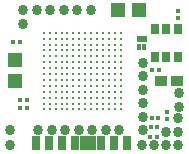
<source format=gbr>
%FSLAX35Y35*%
%MOIN*%
G04 EasyPC Gerber Version 18.0.9 Build 3640 *
%ADD101R,0.01584X0.02175*%
%ADD23R,0.01600X0.01600*%
%ADD104R,0.02569X0.04537*%
%ADD99R,0.02765X0.03750*%
%ADD103R,0.04537X0.04891*%
%ADD97C,0.01100*%
%ADD21R,0.01600X0.01600*%
%ADD102R,0.03356X0.02175*%
%ADD25C,0.03400*%
%ADD98R,0.04100X0.03400*%
%ADD100R,0.04891X0.04537*%
X0Y0D02*
D02*
D21*
X3807Y37205D03*
X6107D03*
X6237Y17650D03*
X6337Y15150D03*
X8537Y17650D03*
X8637Y15150D03*
X49686Y5550D03*
X49737Y8850D03*
X50067Y11950D03*
X50166Y27750D03*
X51986Y5550D03*
X52037Y8850D03*
X52367Y11950D03*
X52466Y27750D03*
D02*
D23*
X55137Y11350D03*
Y13650D03*
X58902Y45009D03*
Y47309D03*
D02*
D25*
X2750Y2750D03*
Y7750D03*
X7250Y43250D03*
Y47750D03*
X11750D03*
X12250Y7750D03*
X16234Y47750D03*
X16750Y7789D03*
X20750Y47750D03*
X21250Y7750D03*
X25280Y47750D03*
X25750Y7750D03*
X29750Y47750D03*
X30250Y7770D03*
X34797D03*
X39250Y7750D03*
X46750Y2750D03*
X47228Y7750D03*
X47248Y30250D03*
X47250Y16750D03*
Y21250D03*
Y25750D03*
X47258Y12250D03*
X50750Y2750D03*
X54750Y2720D03*
Y7250D03*
X58750Y2750D03*
Y7250D03*
X58764Y11750D03*
X59250Y15427D03*
X59295Y20093D03*
D02*
D97*
X14167Y14636D03*
Y16604D03*
Y18573D03*
Y20541D03*
Y22510D03*
Y24478D03*
Y26447D03*
Y28415D03*
Y30384D03*
Y32352D03*
Y34321D03*
Y36289D03*
Y38258D03*
Y40226D03*
X16136Y14636D03*
Y16604D03*
Y18573D03*
Y20541D03*
Y22510D03*
Y24478D03*
Y26447D03*
Y28415D03*
Y30384D03*
Y32352D03*
Y34321D03*
Y36289D03*
Y38258D03*
Y40226D03*
X18104Y14636D03*
Y16604D03*
Y18573D03*
Y20541D03*
Y22510D03*
Y24478D03*
Y26447D03*
Y28415D03*
Y30384D03*
Y32352D03*
Y34321D03*
Y36289D03*
Y38258D03*
Y40226D03*
X20073Y14636D03*
Y16604D03*
Y18573D03*
Y20541D03*
Y22510D03*
Y24478D03*
Y26447D03*
Y28415D03*
Y30384D03*
Y32352D03*
Y34321D03*
Y36289D03*
Y38258D03*
Y40226D03*
X22041Y14636D03*
Y16604D03*
Y18573D03*
Y20541D03*
Y22510D03*
Y24478D03*
Y26447D03*
Y28415D03*
Y30384D03*
Y32352D03*
Y34321D03*
Y36289D03*
Y38258D03*
Y40226D03*
X24010Y14636D03*
Y16604D03*
Y18573D03*
Y20541D03*
Y22510D03*
Y24478D03*
Y26447D03*
Y28415D03*
Y30384D03*
Y32352D03*
Y34321D03*
Y36289D03*
Y38258D03*
Y40226D03*
X25978Y14636D03*
Y16604D03*
Y18573D03*
Y20541D03*
Y22510D03*
Y24478D03*
Y26447D03*
Y28415D03*
Y30384D03*
Y32352D03*
Y34321D03*
Y36289D03*
Y38258D03*
Y40226D03*
X27947Y14636D03*
Y16604D03*
Y18573D03*
Y20541D03*
Y22510D03*
Y24478D03*
Y26447D03*
Y28415D03*
Y30384D03*
Y32352D03*
Y34321D03*
Y36289D03*
Y38258D03*
Y40226D03*
X29915Y14636D03*
Y16604D03*
Y18573D03*
Y20541D03*
Y22510D03*
Y24478D03*
Y26447D03*
Y28415D03*
Y30384D03*
Y32352D03*
Y34321D03*
Y36289D03*
Y38258D03*
Y40226D03*
X31884Y14636D03*
Y16604D03*
Y18573D03*
Y20541D03*
Y22510D03*
Y24478D03*
Y26447D03*
Y28415D03*
Y30384D03*
Y32352D03*
Y34321D03*
Y36289D03*
Y38258D03*
Y40226D03*
X33852Y14636D03*
Y16604D03*
Y18573D03*
Y20541D03*
Y22510D03*
Y24478D03*
Y26447D03*
Y28415D03*
Y30384D03*
Y32352D03*
Y34321D03*
Y36289D03*
Y38258D03*
Y40226D03*
X35821Y14636D03*
Y16604D03*
Y18573D03*
Y20541D03*
Y22510D03*
Y24478D03*
Y26447D03*
Y28415D03*
Y30384D03*
Y32352D03*
Y34321D03*
Y36289D03*
Y38258D03*
Y40226D03*
X37789Y14636D03*
Y16604D03*
Y18573D03*
Y20541D03*
Y22510D03*
Y24478D03*
Y26447D03*
Y28415D03*
Y30384D03*
Y32352D03*
Y34321D03*
Y36289D03*
Y38258D03*
Y40226D03*
X39758Y14636D03*
Y16604D03*
Y18573D03*
Y20541D03*
Y22510D03*
Y24478D03*
Y26447D03*
Y28415D03*
Y30384D03*
Y32352D03*
Y34321D03*
Y36289D03*
Y38258D03*
Y40226D03*
D02*
D98*
X53310Y24285D03*
X58410D03*
D02*
D99*
X51244Y32008D03*
Y41457D03*
X54984Y32008D03*
Y41457D03*
X58724Y32008D03*
Y41457D03*
D02*
D100*
X39014Y47776D03*
X46014D03*
D02*
D101*
X45959Y35512D03*
X47533D03*
D02*
D102*
X46746Y38268D03*
D02*
D103*
X4423Y24246D03*
Y31246D03*
D02*
D104*
X11659Y3335D03*
X15989D03*
X20320D03*
X24651D03*
X27604D03*
X30359D03*
X33312D03*
X37643D03*
X41974D03*
X0Y0D02*
M02*

</source>
